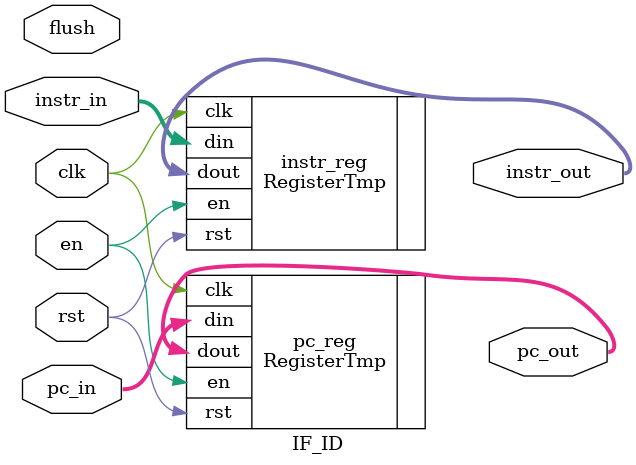
<source format=v>
module IF_ID (
    input clk, rst, en, flush,  // TODO: flush not yet used
    input [31:0] pc_in, instr_in,
    output [31:0] pc_out, instr_out
);

    RegisterTmp #(.WIDTH(32)) pc_reg(
        .clk(clk), 
        .rst(rst), 
        .en(en),
        .din(pc_in), 
        .dout(pc_out)
    );

    RegisterTmp #(.WIDTH(32)) instr_reg(
        .clk(clk), 
        .rst(rst), 
        .en(en),
        .din(instr_in), 
        .dout(instr_out)
    );
endmodule
</source>
